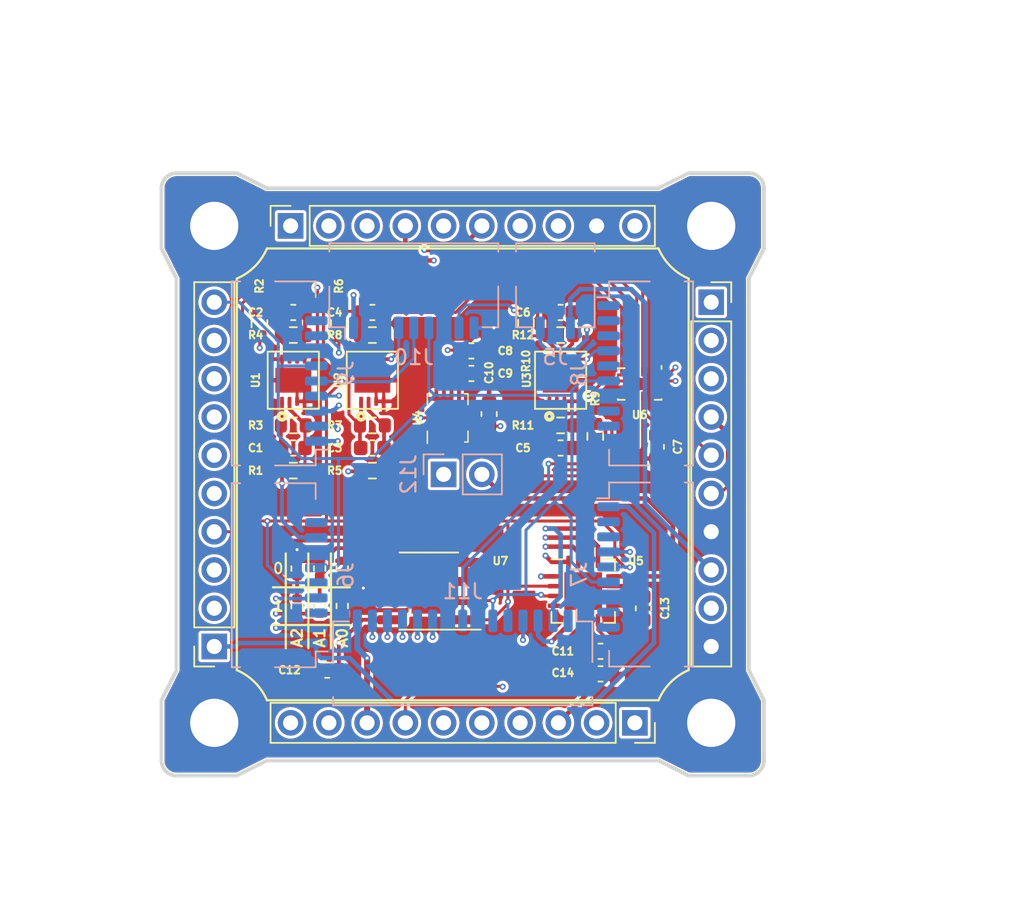
<source format=kicad_pcb>
(kicad_pcb (version 20211014) (generator pcbnew)
  (layers (0 "F.Cu" signal) (1 "In1.Cu" signal) (2 "In2.Cu" signal) (31 "B.Cu" signal) (34 "B.Paste" user) (35 "F.Paste" user) (36 "B.SilkS" user "B.Silkscreen") (37 "F.SilkS" user "F.Silkscreen") (38 "B.Mask" user) (39 "F.Mask" user) (44 "Edge.Cuts" user))
  (net 0 "")
  (net 1 "GND")
  (net 2 "Net-(C6-Pad1)")
  (net 3 "/PHT1_ADCS")
  (net 4 "Net-(C1-Pad2)")
  (net 5 "Net-(C2-Pad1)")
  (net 6 "/PHT2_ADCS")
  (net 7 "/PHT3_ADCS")
  (net 8 "Net-(C3-Pad2)")
  (net 9 "Net-(C4-Pad1)")
  (net 10 "/PHT4_ADCS")
  (net 11 "/PHT5_ADCS")
  (net 12 "Net-(C5-Pad2)")
  (net 13 "/PHT6_ADCS")
  (net 14 "3V3_PERM")
  (net 15 "ADCS_POWER")
  (net 16 "SDA1")
  (net 17 "SCL1")
  (net 18 "UART_TX")
  (net 19 "KILLSWITCH+")
  (net 20 "PFO")
  (net 21 "BATT-")
  (net 22 "TOTAL_CURRENT")
  (net 23 "STM32_PA15")
  (net 24 "STM32_PB3")
  (net 25 "BATT_NTC")
  (net 26 "SOLAR_Y")
  (net 27 "SEL_PH2")
  (net 28 "SEL_PH1")
  (net 29 "HEATER_PWR")
  (net 30 "BURNCOMMS")
  (net 31 "SOLAR_Z")
  (net 32 "STM32_PB0")
  (net 33 "RST_DRIVERS")
  (net 34 "ADC_PH")
  (net 35 "P{slash}L_POWER")
  (net 36 "SEL_PH0")
  (net 37 "VCC_UMBILICAL")
  (net 38 "FAULT")
  (net 39 "CHRG")
  (net 40 "SOLAR_X")
  (net 41 "CHRGOFF")
  (net 42 "CLPROG")
  (net 43 "SDA3")
  (net 44 "NRST")
  (net 45 "SWDIO")
  (net 46 "SWCLK")
  (net 47 "DAC_PL")
  (net 48 "ADC_PL")
  (net 49 "SCL3")
  (net 50 "/MAG-X")
  (net 51 "/PHT1")
  (net 52 "/MAG+X")
  (net 53 "/PHT2")
  (net 54 "/MAG-Z")
  (net 55 "/PHT3")
  (net 56 "/MAG+Z")
  (net 57 "/PHT4")
  (net 58 "/MAG+Y")
  (net 59 "/PHT5")
  (net 60 "/PHT6")
  (net 62 "/MAG-Y")
  (net 63 "Net-(C13-Pad1)")
  (net 64 "Net-(C13-Pad2)")
  (net 65 "Net-(C14-Pad1)")
  (net 66 "Net-(C14-Pad2)")
  (net 68 "/TEMP_A0")
  (net 69 "/TEMP_A1")
  (net 70 "/TEMP_A2")
  (net 71 "UART_RX")
  (net 72 "/VCC_MAG")
  (footprint "Package_SO:SOIC-8-1EP_3.9x4.9mm_P1.27mm_EP2.29x3mm" (layer "F.Cu") (at 97.75 72.75 180)
    (fp_text reference "U7")
    (fp_text value "TCN75AVOA713")
  )
  (footprint "Package_LGA:Bosch_LGA-14_3x2.5mm_P0.5mm" (layer "F.Cu") (at 99 61.25 90)
    (fp_text reference "U4")
    (fp_text value "IIM-42652")
  )
  (footprint "MountingHole:MountingHole_3.2mm_M3_Pad" (layer "F.Cu") (at 83.5 81.5)
    (fp_text reference "H4" hide)
    (fp_text value "MountingHole_Pad")
  )
  (footprint "Capacitor_SMD:C_0603_1608Metric" (layer "F.Cu") (at 94 54.25)
    (fp_text reference "C4")
    (fp_text value "100 pF")
  )
  (footprint "GGS_Miscellaneous:UQFN-16_1.8x2.6_Pitch0.4mm" (layer "F.Cu") (at 111.75 59 -90)
    (fp_text reference "U6")
    (fp_text value "TMUX1108RSVR")
  )
  (footprint "GGS_Miscellaneous:TI_X1SON-8_3x3mm" (layer "F.Cu") (at 88.75 58.75 90)
    (property "Reference" "U1")
    (property "Value" "LPV542")
    (fp_text reference "U1")
    (fp_text value "LPV542")
  )
  (footprint "GGS_Miscellaneous:TI_X1SON-8_3x3mm" (layer "F.Cu") (at 106.5 58.75 90)
    (fp_text reference "U3")
    (fp_text value "LPV542")
  )
  (footprint "Connector_PinSocket_2.54mm:PinSocket_1x10_P2.54mm_Vertical" (layer "F.Cu") (at 88.57 48.5 90)
    (fp_text reference "J1" hide)
    (fp_text value "CES-110-02-L-S")
  )
  (footprint "Capacitor_SMD:C_0603_1608Metric" (layer "F.Cu") (at 112.85 63.175 -90)
    (fp_text reference "C7")
    (fp_text value "1 uF")
  )
  (footprint "Resistor_SMD:R_0603_1608Metric" (layer "F.Cu") (at 88.75 64.75)
    (fp_text reference "R1")
    (fp_text value "100")
  )
  (footprint "Resistor_SMD:R_0402_1005Metric" (layer "F.Cu") (at 90.5 73.75 -90)
    (fp_text reference "R17" hide)
    (fp_text value "0R")
  )
  (footprint "Connector_PinSocket_2.54mm:PinSocket_1x10_P2.54mm_Vertical" (layer "F.Cu") (at 116.5 53.57)
    (fp_text reference "J2" hide)
    (fp_text value "CES-110-02-L-S")
  )
  (footprint "Resistor_SMD:R_0603_1608Metric" (layer "F.Cu") (at 94 64.75)
    (fp_text reference "R5")
    (fp_text value "100")
  )
  (footprint "GGS_Miscellaneous:TI_X1SON-8_3x3mm" (layer "F.Cu") (at 94 58.75 90)
    (fp_text reference "U2")
    (fp_text value "LPV542")
  )
  (footprint "Resistor_SMD:R_0402_1005Metric" (layer "F.Cu") (at 92 73.74 -90)
    (fp_text reference "R15" hide)
    (fp_text value "0R")
  )
  (footprint "Resistor_SMD:R_0603_1608Metric" (layer "F.Cu") (at 106.5 61.75 180)
    (fp_text reference "R11")
    (fp_text value "2k")
  )
  (footprint "Resistor_SMD:R_0603_1608Metric" (layer "F.Cu") (at 108.8 62.475 -90)
    (fp_text reference "R9")
    (fp_text value "100")
  )
  (footprint "Resistor_SMD:R_0603_1608Metric" (layer "F.Cu") (at 94 61.75 180)
    (fp_text reference "R7")
    (fp_text value "2k")
  )
  (footprint "Capacitor_SMD:C_0603_1608Metric" (layer "F.Cu") (at 109.15 76.75 180)
    (fp_text reference "C14")
    (fp_text value "1 uF")
  )
  (footprint "Resistor_SMD:R_0603_1608Metric" (layer "F.Cu") (at 88.75 61.75 180)
    (fp_text reference "R3")
    (fp_text value "2k")
  )
  (footprint "Capacitor_SMD:C_0603_1608Metric" (layer "F.Cu") (at 94 63.25)
    (fp_text reference "C3")
    (fp_text value "100 pF")
  )
  (footprint "Capacitor_SMD:C_0603_1608Metric" (layer "F.Cu") (at 91 78 180)
    (fp_text reference "C12")
    (fp_text value "100 nF")
  )
  (footprint "Resistor_SMD:R_0603_1608Metric" (layer "F.Cu") (at 86.5 55 90)
    (fp_text reference "R2")
    (fp_text value "100")
  )
  (footprint "Capacitor_SMD:C_0603_1608Metric" (layer "F.Cu") (at 106.5 63.25)
    (fp_text reference "C5")
    (fp_text value "100 pF")
  )
  (footprint "Resistor_SMD:R_0402_1005Metric" (layer "F.Cu") (at 89 71.25 -90)
    (fp_text reference "R20" hide)
    (fp_text value "0R")
  )
  (footprint "MountingHole:MountingHole_3.2mm_M3_Pad" (layer "F.Cu") (at 83.5 48.5)
    (fp_text reference "H1" hide)
    (fp_text value "MountingHole_Pad")
  )
  (footprint "Resistor_SMD:R_0603_1608Metric" (layer "F.Cu") (at 94 55.75 180)
    (fp_text reference "R8")
    (fp_text value "2k")
  )
  (footprint "Capacitor_SMD:C_0603_1608Metric" (layer "F.Cu") (at 112 73.9 -90)
    (fp_text reference "C13")
    (fp_text value "1 uF")
  )
  (footprint "Connector_PinSocket_2.54mm:PinSocket_1x10_P2.54mm_Vertical" (layer "F.Cu") (at 111.43 81.5 -90)
    (fp_text reference "J3" hide)
    (fp_text value "CES-110-02-L-S")
  )
  (footprint "Connector_PinSocket_2.54mm:PinSocket_1x10_P2.54mm_Vertical" (layer "F.Cu") (at 83.5 76.43 180)
    (fp_text reference "J4" hide)
    (fp_text value "CES-110-02-L-S")
  )
  (footprint "Capacitor_SMD:C_0603_1608Metric" (layer "F.Cu") (at 101.75 61 90)
    (fp_text reference "C10")
    (fp_text value "10 nF")
  )
  (footprint "MountingHole:MountingHole_3.2mm_M3_Pad" (layer "F.Cu") (at 116.5 81.5)
    (fp_text reference "H3" hide)
    (fp_text value "MountingHole_Pad")
  )
  (footprint "Capacitor_SMD:C_0603_1608Metric" (layer "F.Cu") (at 100.575 58.3)
    (fp_text reference "C9")
    (fp_text value "100 nF")
  )
  (footprint "Resistor_SMD:R_0402_1005Metric" (layer "F.Cu") (at 90.5 71.25 -90)
    (fp_text reference "R18" hide)
    (fp_text value "0R")
  )
  (footprint "Package_DFN_QFN:QFN-16-1EP_4x4mm_P0.65mm_EP2.5x2.5mm" (layer "F.Cu") (at 108 72.75)
    (fp_text reference "U5")
    (fp_text value "BD2606MVV")
  )
  (footprint "Resistor_SMD:R_0603_1608Metric" (layer "F.Cu") (at 91.775 55 90)
    (fp_text reference "R6")
    (fp_text value "100")
  )
  (footprint "MountingHole:MountingHole_3.2mm_M3_Pad" (layer "F.Cu") (at 116.5 48.5)
    (fp_text reference "H2" hide)
    (fp_text value "MountingHole_Pad")
  )
  (footprint "Capacitor_SMD:C_0603_1608Metric" (layer "F.Cu") (at 88.75 63.25)
    (property "Reference" "C1")
    (property "Value" "100 pF")
    (fp_text reference "C1")
    (fp_text value "100 pF")
  )
  (footprint "Resistor_SMD:R_0603_1608Metric" (layer "F.Cu") (at 104.2 54.975 -90)
    (fp_text reference "R10")
    (fp_text value "100")
  )
  (footprint "Resistor_SMD:R_0603_1608Metric" (layer "F.Cu") (at 88.75 55.75 180)
    (fp_text reference "R4")
    (fp_text value "2k")
  )
  (footprint "Resistor_SMD:R_0402_1005Metric" (layer "F.Cu") (at 89 73.75 -90)
    (fp_text reference "R19" hide)
    (fp_text value "0R")
  )
  (footprint "Capacitor_SMD:C_0603_1608Metric" (layer "F.Cu") (at 88.75 54.25)
    (fp_text reference "C2")
    (fp_text value "100 pF")
  )
  (footprint "Capacitor_SMD:C_0603_1608Metric" (layer "F.Cu") (at 100.575 56.8)
    (fp_text reference "C8")
    (fp_text value "2.2 uF")
  )
  (footprint "Resistor_SMD:R_0603_1608Metric" (layer "F.Cu") (at 106.5 55.75 180)
    (fp_text reference "R12")
    (fp_text value "2k")
  )
  (footprint "Capacitor_SMD:C_0603_1608Metric" (layer "F.Cu") (at 109.15 78.25)
    (fp_text reference "C11")
    (fp_text value "100 nF")
  )
  (footprint "Capacitor_SMD:C_0603_1608Metric" (layer "F.Cu") (at 106.5 54.25)
    (fp_text reference "C6")
    (fp_text value "100 pF")
  )
  (footprint "Resistor_SMD:R_0402_1005Metric" (layer "F.Cu") (at 92 71.25 -90)
    (fp_text reference "R16" hide)
    (fp_text value "0R")
  )
  (footprint "Connector_PinHeader_2.54mm:PinHeader_1x02_P2.54mm_Vertical" (layer "B.Cu") (at 98.73 65 -90)
    (fp_text reference "J12")
    (fp_text value "CES-102-02-L-S")
  )
  (footprint "Connector_Molex:Molex_Pico-Clasp_202396-1007_1x10-1MP_P1.00mm_Horizontal" (layer "B.Cu") (at 111.705 58.3 -90)
    (fp_text reference "J8")
    (fp_text value "Pico-Clasp_01x10")
  )
  (footprint "Connector_Molex:Molex_Pico-Clasp_202396-0307_1x03-1MP_P1.00mm_Horizontal" (layer "B.Cu") (at 106.15 53.245)
    (fp_text reference "J5")
    (fp_text value "Conn_01x03_MountingPin")
  )
  (footprint "Connector_Molex:Molex_Pico-Clasp_202396-1007_1x10-1MP_P1.00mm_Horizontal" (layer "B.Cu") (at 88.25 71.7 90)
    (fp_text reference "J6")
    (fp_text value "Pico-Clasp_01x10")
  )
  (footprint "Connector_Molex:Molex_Pico-Clasp_202396-1007_1x10-1MP_P1.00mm_Horizontal" (layer "B.Cu") (at 88.25 58.3 90)
    (fp_text reference "J9")
    (fp_text value "Pico-Clasp_01x10")
  )
  (footprint "Connector_Molex:Molex_Pico-Clasp_202396-0907_1x09-1MP_P1.00mm_Horizontal" (layer "B.Cu") (at 96.75 53.245)
    (fp_text reference "J10")
    (fp_text value "Pico-Clasp_01x09")
  )
  (footprint "Connector_Molex:Molex_Pico-Clasp_202396-1007_1x10-1MP_P1.00mm_Horizontal" (layer "B.Cu") (at 111.705 71.65 -90)
    (fp_text reference "J7")
    (fp_text value "Pico-Clasp_01x10")
  )
  (footprint "Connector_Molex:Molex_Pico-Clasp_202396-1507_1x15-1MP_P1.00mm_Horizontal" (layer "B.Cu") (at 100 76.75 180)
    (fp_text reference "J11")
    (fp_text value "Pico-Clasp_01x15")
  )
  (gr_line (start 89.75 76.55) (end 89.75 70.25) (layer "F.SilkS") (width 0.15))
  (gr_line (start 91.25 76.55) (end 91.25 70.25) (layer "F.SilkS") (width 0.15))
  (gr_line (start 85.000001 52) (end 85.000001 78) (layer "F.SilkS") (width 0.15))
  (gr_arc (start 115.000001 51.999999) (mid 113.807419 51.192582) (end 113.000002 50) (layer "F.SilkS") (width 0.15))
  (gr_line (start 87.000001 80) (end 113.000001 80) (layer "F.SilkS") (width 0.15))
  (gr_line (start 88.25 76.55) (end 88.25 70.25) (layer "F.SilkS") (width 0.15))
  (gr_line (start 92.5 75) (end 87.4 75) (layer "F.SilkS") (width 0.15))
  (gr_line (start 92.5 72.5) (end 87.4 72.5) (layer "F.SilkS") (width 0.15))
  (gr_arc (start 113.000002 80) (mid 113.807419 78.807418) (end 115.000001 78.000001) (layer "F.SilkS") (width 0.15))
  (gr_line (start 87.000001 50) (end 113.000001 50) (layer "F.SilkS") (width 0.15))
  (gr_arc (start 87 50) (mid 86.192583 51.192582) (end 85.000001 51.999999) (layer "F.SilkS") (width 0.15))
  (gr_arc (start 85.000001 78.000001) (mid 86.192583 78.807418) (end 87 80) (layer "F.SilkS") (width 0.15))
  (gr_line (start 115.000001 78) (end 115.000001 52) (layer "F.SilkS") (width 0.15))
  (gr_line locked (start 113 84) (end 87 84) (layer "Edge.Cuts") (width 0.25))
  (gr_line locked (start 85 45) (end 87 46) (layer "Edge.Cuts") (width 0.25))
  (gr_line locked (start 113 46) (end 115 45.001) (layer "Edge.Cuts") (width 0.25))
  (gr_line locked (start 119 78) (end 120 80) (layer "Edge.Cuts") (width 0.25))
  (gr_line locked (start 87 84) (end 85 85) (layer "Edge.Cuts") (width 0.25))
  (gr_line locked (start 81 52) (end 80 50) (layer "Edge.Cuts") (width 0.25))
  (gr_line locked (start 120 50) (end 120 46) (layer "Edge.Cuts") (width 0.25))
  (gr_line locked (start 80 50) (end 80 46) (layer "Edge.Cuts") (width 0.25))
  (gr_line locked (start 120 50) (end 119 52) (layer "Edge.Cuts") (width 0.25))
  (gr_arc locked (start 80 46) (mid 80.292893 45.292893) (end 81 45) (layer "Edge.Cuts") (width 0.25))
  (gr_line locked (start 85 85) (end 81 85) (layer "Edge.Cuts") (width 0.25))
  (gr_line locked (start 120 80) (end 120 84) (layer "Edge.Cuts") (width 0.25))
  (gr_arc locked (start 120 84) (mid 119.707107 84.707107) (end 119 85) (layer "Edge.Cuts") (width 0.25))
  (gr_arc locked (start 119 45) (mid 119.707181 45.292967) (end 120 46.000209) (layer "Edge.Cuts") (width 0.25))
  (gr_line locked (start 81 45) (end 85 45) (layer "Edge.Cuts") (width 0.25))
  (gr_line locked (start 80 80) (end 81 78) (layer "Edge.Cuts") (width 0.25))
  (gr_line locked (start 119 52) (end 119 78) (layer "Edge.Cuts") (width 0.25))
  (gr_arc locked (start 81 85) (mid 80.292893 84.707107) (end 80 84) (layer "Edge.Cuts") (width 0.25))
  (gr_line locked (start 115 85) (end 119 85) (layer "Edge.Cuts") (width 0.25))
  (gr_line locked (start 113 84) (end 115 85) (layer "Edge.Cuts") (width 0.25))
  (gr_line locked (start 81 78) (end 81 52) (layer "Edge.Cuts") (width 0.25))
  (gr_line locked (start 80 84) (end 80 80) (layer "Edge.Cuts") (width 0.25))
  (gr_line locked (start 119 45) (end 115 45) (layer "Edge.Cuts") (width 0.254))
  (gr_line locked (start 87 46) (end 113 46) (layer "Edge.Cuts") (width 0.25))
  (gr_text "A1" (at 90.499997 75.85 90) (layer "F.SilkS") (effects (font (size 0.7 0.7))))
  (gr_text "A0" (at 91.999994 75.85 90) (layer "F.SilkS") (effects (font (size 0.7 0.7))))
  (gr_text "1" (at 87.75 73.75) (layer "F.SilkS") (effects (font (size 0.7 0.7))))
  (gr_text "A2" (at 89 75.85 90) (layer "F.SilkS") (effects (font (size 0.7 0.7))))
  (gr_text "0" (at 87.75 71.25) (layer "F.SilkS") (effects (font (size 0.7 0.7) (thickness 0.125))))
  (segment (start 88 58) (end 88.75 58.75) (width 0.2) (layer "F.Cu") (net 1))
  (segment (start 94.75 59.5) (end 94 58.75) (width 0.2) (layer "F.Cu") (net 1))
  (segment (start 108.325 72.425) (end 108 72.75) (width 0.25) (layer "F.Cu") (net 1))
  (segment (start 89 59) (end 88.75 58.75) (width 0.2) (layer "F.Cu") (net 1))
  (segment (start 90.5 70.74) (end 90.34 70.74) (width 0.25) (layer "F.Cu") (net 1))
  (segment (start 94.75 60.15) (end 94.75 59.5) (width 0.2) (layer "F.Cu") (net 1))
  (segment (start 93.25 58) (end 94 58.75) (width 0.2) (layer "F.Cu") (net 1))
  (segment (start 89.5 60.15) (end 89.5 59.5) (width 0.2) (layer "F.Cu") (net 1))
  (segment (start 94.25 59) (end 94 58.75) (width 0.2) (layer "F.Cu") (net 1))
  (segment (start 109.9375 72.425) (end 108.325 72.425) (width 0.25) (layer "F.Cu") (net 1))
  (segment (start 94.25 60.15) (end 94.25 59) (width 0.2) (layer "F.Cu") (net 1))
  (segment (start 88 57.35) (end 88 58) (width 0.2) (layer "F.Cu") (net 1))
  (segment (start 93.25 57.35) (end 93.25 58) (width 0.2) (layer "F.Cu") (net 1))
  (segment (start 89.5 59.5) (end 88.75 58.75) (width 0.2) (layer "F.Cu") (net 1))
  (segment (start 89 60.15) (end 89 59) (width 0.2) (layer "F.Cu") (net 1))
  (segment (start 89 70) (end 89 70.74) (width 0.25) (layer "F.Cu") (net 1))
  (via (at 89 70) (size 0.4) (drill 0.2) (layers "F.Cu" "B.Cu") (net 1))
  (via (at 93.4 72.55) (size 0.4) (drill 0.2) (layers "F.Cu" "B.Cu") (net 1))
  (segment (start 105.725 55.7) (end 105.675 55.75) (width 0.25) (layer "F.Cu") (net 2))
  (segment (start 106.25 56.75) (end 106.25 57.35) (width 0.25) (layer "F.Cu") (net 2))
  (segment (start 105.675 55.75) (end 105.675 54.3) (width 0.25) (layer "F.Cu") (net 2))
  (segment (start 105.675 54.3) (end 105.725 54.25) (width 0.25) (layer "F.Cu") (net 2))
  (segment (start 105.675 55.75) (end 105.675 56.175) (width 0.25) (layer "F.Cu") (net 2))
  (segment (start 104.2 55.8) (end 105.625 55.8) (width 0.2) (layer "F.Cu") (net 2))
  (segment (start 105.625 55.8) (end 105.675 55.75) (width 0.2) (layer "F.Cu") (net 2))
  (segment (start 105.675 56.175) (end 106.25 56.75) (width 0.25) (layer "F.Cu") (net 2))
  (segment (start 87.925 61.75) (end 87.925 63.2) (width 0.25) (layer "F.Cu") (net 3))
  (segment (start 111.95 52.7) (end 111.95 58.2) (width 0.2) (layer "F.Cu") (net 3))
  (segment (start 100.6625 50.125) (end 109.375 50.125) (width 0.2) (layer "F.Cu") (net 3))
  (segment (start 85.375 61.275) (end 85.375 53.625) (width 0.2) (layer "F.Cu") (net 3))
  (segment (start 88 61.675) (end 87.925 61.75) (width 0.25) (layer "F.Cu") (net 3))
  (segment (start 109.375 50.125) (end 111.95 52.7) (width 0.2) (layer "F.Cu") (net 3))
  (segment (start 88 60.15) (end 88 61.675) (width 0.25) (layer "F.Cu") (net 3))
  (segment (start 87.65 51.35) (end 99.4375 51.35) (width 0.2) (layer "F.Cu") (net 3))
  (segment (start 87.35 63.25) (end 85.375 61.275) (width 0.2) (layer "F.Cu") (net 3))
  (segment (start 99.4375 51.35) (end 100.6625 50.125) (width 0.2) (layer "F.Cu") (net 3))
  (segment (start 85.375 53.625) (end 87.65 51.35) (width 0.2) (layer "F.Cu") (net 3))
  (segment (start 87.975 63.25) (end 87.35 63.25) (width 0.2) (layer "F.Cu") (net 3))
  (segment (start 89.525 64.7) (end 89.575 64.75) (width 0.2) (layer "F.Cu") (net 4))
  (segment (start 89.525 63.25) (end 89.525 61.8) (width 0.2) (layer "F.Cu") (net 4))
  (segment (start 88.5 60.675) (end 88.5 60.15) (width 0.25) (layer "F.Cu") (net 4))
  (segment (start 89.525 63.25) (end 89.525 64.7) (width 0.2) (layer "F.Cu") (net 4))
  (segment (start 89.575 61.75) (end 88.5 60.675) (width 0.25) (layer "F.Cu") (net 4))
  (segment (start 87.925 56.125) (end 88.5 56.7) (width 0.25) (layer "F.Cu") (net 5))
  (segment (start 87.9 54.175) (end 87.925 54.2) (width 0.25) (layer "F.Cu") (net 5))
  (segment (start 87.925 55.75) (end 87.925 56.125) (width 0.25) (layer "F.Cu") (net 5))
  (segment (start 86.5 54.175) (end 87.9 54.175) (width 0.25) (layer "F.Cu") (net 5))
  (segment (start 88.5 56.7) (end 88.5 57.35) (width 0.25) (layer "F.Cu") (net 5))
  (segment (start 87.925 54.2) (end 87.925 55.75) (width 0.25) (layer "F.Cu") (net 5))
  (segment (start 99.85 51.85) (end 101.025 50.675) (width 0.2) (layer "F.Cu") (net 6))
  (segment (start 89.575 55.75) (end 89.575 56.0875) (width 0.25) (layer "F.Cu") (net 6))
  (segment (start 111.55 53.175) (end 111.55 58.2) (width 0.2) (layer "F.Cu") (net 6))
  (segment (start 89 56.6625) (end 89 57.35) (width 0.25) (layer "F.Cu") (net 6))
  (segment (start 89.525 54.25) (end 89.525 55.7) (width 0.25) (layer "F.Cu") (net 6))
  (segment (start 89.525 55.7) (end 89.575 55.75) (width 0.25) (layer "F.Cu") (net 6))
  (segment (start 90.15 51.85) (end 99.85 51.85) (width 0.2) (layer "F.Cu") (net 6))
  (segment (start 89.575 56.0875) (end 89 56.6625) (width 0.25) (layer "F.Cu") (net 6))
  (segment (start 89.55 52.45) (end 90.15 51.85) (width 0.2) (layer "F.Cu") (net 6))
  (segment (start 101.025 50.675) (end 109.05 50.675) (width 0.2) (layer "F.Cu") (net 6))
  (segment (start 89.55 54.225) (end 89.55 52.45) (width 0.2) (layer "F.Cu") (net 6))
  (segment (start 89.525 54.25) (end 89.55 54.225) (width 0.2) (layer "F.Cu") (net 6))
  (segment (start 109.05 50.675) (end 111.55 53.175) (width 0.2) (layer "F.Cu") (net 6))
  (segment (start 91.625 52.45) (end 100.4 52.45) (width 0.2) (layer "F.Cu") (net 7))
  (segment (start 93.175 63.2) (end 93.225 63.25) (width 0.25) (layer "F.Cu") (net 7))
  (segment (start 93.175 63.3) (end 93.225 63.25) (width 0.25) (layer "F.Cu") (net 7))
  (segment (start 93.175 61.75) (end 93.175 61.825) (width 0.25) (layer "F.Cu") (net 7))
  (segment (start 108.775 51.225) (end 111.15 53.6) (width 0.2) (layer "F.Cu") (net 7))
  (segment (start 93.175 61.75) (end 92.445 61.02) (width 0.2) (layer "F.Cu") (net 7))
  (segment (start 92.445 58.545) (end 90.75 56.85) (width 0.2) (layer "F.Cu") (net 7))
  (segment (start 111.15 53.6) (end 111.15 58.2) (width 0.2) (layer "F.Cu") (net 7))
  (segment (start 93.25 60.15) (end 93.25 61.675) (width 0.25) (layer "F.Cu") (net 7))
  (segment (start 92.445 61.02) (end 92.445 58.545) (width 0.2) (layer "F.Cu") (net 7))
  (segment (start 93.25 61.675) (end 93.175 61.75) (width 0.25) (layer "F.Cu") (net 7))
  (segment (start 101.625 51.225) (end 108.775 51.225) (width 0.2) (layer "F.Cu") (net 7))
  (segment (start 90.75 56.85) (end 90.75 53.325) (width 0.2) (layer "F.Cu") (net 7))
  (segment (start 100.4 52.45) (end 101.625 51.225) (width 0.2) (layer "F.Cu") (net 7))
  (segment (start 93.175 61.825) (end 93.175 63.2) (width 0.25) (layer "F.Cu") (net 7))
  (segment (start 90.75 53.325) (end 91.625 52.45) (width 0.2) (layer "F.Cu") (net 7))
  (segment (start 93.75 60.75) (end 93.75 60.15) (width 0.25) (layer "F.Cu") (net 8))
  (segment (start 94.775 63.25) (end 94.775 64.7) (width 0.25) (layer "F.Cu") (net 8))
  (segment (start 94.775 63.25) (end 94.775 61.8) (width 0.25) (layer "F.Cu") (net 8))
  (segment (start 94.775 64.7) (end 94.825 64.75) (width 0.25) (layer "F.Cu") (net 8))
  (segment (start 94.75 61.75) (end 93.75 60.75) (width 0.25) (layer "F.Cu") (net 8))
  (segment (start 94.825 61.75) (end 94.75 61.75) (width 0.25) (layer "F.Cu") (net 8))
  (segment (start 94.775 61.8) (end 94.825 61.75) (width 0.25) (layer "F.Cu") (net 8))
  (segment (start 93.225 54.25) (end 93.175 54.3) (width 0.25) (layer "F.Cu") (net 9))
  (segment (start 93.15 54.175) (end 93.225 54.25) (width 0.2) (layer "F.Cu") (net 9))
  (segment (start 91.775 54.175) (end 93.15 54.175) (width 0.2) (layer "F.Cu") (net 9))
  (segment (start 93.175 56.275) (end 93.75 56.85) (width 0.25) (layer "F.Cu") (net 9))
  (segment (start 93.75 56.85) (end 93.75 57.35) (width 0.25) (layer "F.Cu") (net 9))
  (segment (start 93.175 54.3) (end 93.175 56.275) (width 0.25) (layer "F.Cu") (net 9))
  (segment (start 94.788027 56.5) (end 94.8 56.5) (width 0.25) (layer "F.Cu") (net 10))
  (segment (start 94.25 57.35) (end 94.25 57.038027) (width 0.25) (layer "F.Cu") (net 10))
  (segment (start 110.55 53.9) (end 110.55 58.4) (width 0.2) (layer "F.Cu") (net 10))
  (segment (start 94.775 54.25) (end 99.525 54.25) (width 0.2) (layer "F.Cu") (net 10))
  (segment (start 94.25 57.038027) (end 94.788027 56.5) (width 0.25) (layer "F.Cu") (net 10))
  (segment (start 108.475 51.825) (end 110.55 53.9) (width 0.2) (layer "F.Cu") (net 10))
  (segment (start 101.95 51.825) (end 108.475 51.825) (width 0.2) (layer "F.Cu") (net 10))
  (segment (start 99.525 54.25) (end 101.95 51.825) (width 0.2) (layer "F.Cu") (net 10))
  (segment (start 94.8 56.5) (end 94.8 54.275) (width 0.25) (layer "F.Cu") (net 10))
  (segment (start 105.675 63.3) (end 104.9 63.3) (width 0.2) (layer "F.Cu") (net 11))
  (segment (start 105.75 61.675) (end 105.675 61.75) (width 0.2) (layer "F.Cu") (net 11))
  (segment (start 105.725 63.25) (end 105.675 63.3) (width 0.2) (layer "F.Cu") (net 11))
  (segment (start 111.55 63.1) (end 111.55 59.8) (width 0.2) (layer "F.Cu") (net 11))
  (segment (start 104.6 64.6) (end 105.1 65.1) (width 0.2) (layer "F.Cu") (net 11))
  (segment (start 105.675 63.2) (end 105.725 63.25) (width 0.2) (layer "F.Cu") (net 11))
  (segment (start 105.1 65.1) (end 109.55 65.1) (width 0.2) (layer "F.Cu") (net 11))
  (segment (start 105.675 61.75) (end 105.675 63.2) (width 0.2) (layer "F.Cu") (net 11))
  (segment (start 104.6 63.6) (end 104.6 64.6) (width 0.2) (layer "F.Cu") (net 11))
  (segment (start 104.9 63.3) (end 104.6 63.6) (width 0.2) (layer "F.Cu") (net 11))
  (segment (start 109.55 65.1) (end 111.55 63.1) (width 0.2) (layer "F.Cu") (net 11))
  (segment (start 105.75 60.15) (end 105.75 61.675) (width 0.2) (layer "F.Cu") (net 11))
  (segment (start 106.25 60.85) (end 106.25 60.15) (width 0.25) (layer "F.Cu") (net 12))
  (segment (start 107.15 61.75) (end 106.25 60.85) (width 0.25) (layer "F.Cu") (net 12))
  (segment (start 107.325 61.75) (end 107.15 61.75) (width 0.25) (layer "F.Cu") (net 12))
  (segment (start 107.275 61.8) (end 107.325 61.75) (width 0.25) (layer "F.Cu") (net 12))
  (segment (start 107.275 63.25) (end 107.275 61.8) (width 0.25) (layer "F.Cu") (net 12))
  (segment (start 108.75 63.25) (end 108.8 63.3) (width 0.25) (layer "F.Cu") (net 12))
  (segment (start 107.275 63.25) (end 108.75 63.25) (width 0.25) (layer "F.Cu") (net 12))
  (segment (start 111.15 59.8) (end 111.15 61.475) (width 0.2) (layer "F.Cu") (net 13))
  (segment (start 106.75 56.85) (end 107.275 56.325) (width 0.25) (layer "F.Cu") (net 13))
  (segment (start 106.75 57.35) (end 106.75 56.85) (width 0.25) (layer "F.Cu") (net 13))
  (segment (start 107.275 56.325) (end 107.275 54.25) (width 0.25) (layer "F.Cu") (net 13))
  (segment (start 90.35 56.5) (end 89.5 57.35) (width 0.2) (layer "F.Cu") (net 14))
  (segment (start 101.775 61.8) (end 101.75 61.775) (width 0.2) (layer "F.Cu") (net 14))
  (segment (start 111.95 59.8) (end 111.95 60.8) (width 0.2) (layer "F.Cu") (net 14))
  (segment (start 114.125 57.9) (end 113.625 58.4) (width 0.2) (layer "F.Cu") (net 14))
  (segment (start 113.625 58.4) (end 112.95 58.4) (width 0.2) (layer "F.Cu") (net 14))
  (segment (start 101.725 61.75) (end 101.75 61.775) (width 0.2) (layer "F.Cu") (net 14))
  (segment (start 91.8 76.2) (end 93.345 74.655) (width 0.25) (layer "F.Cu") (net 14))
  (segment (start 91.8 76.2) (end 91.775 76.225) (width 0.25) (layer "F.Cu") (net 14))
  (segment (start 92 74.25) (end 87.6 74.25) (width 0.25) (layer "F.Cu") (net 14))
  (segment (start 99.775 56.75) (end 99.75 56.775) (width 0.25) (layer "F.Cu") (net 14))
  (segment (start 99 56.75) (end 99.775 56.75) (width 0.2) (layer "F.Cu") (net 14))
  (segment (start 95.25 57.35) (end 94.75 57.35) (width 0.25) (layer "F.Cu") (net 14))
  (segment (start 99.75 56.775) (end 99.75 59.9875) (width 0.25) (layer "F.Cu") (net 14))
  (segment (start 91.775 76.225) (end 91.775 78) (width 0.25) (layer "F.Cu") (net 14))
  (segment (start 102.5 61.8) (end 101.775 61.8) (width 0.2) (layer "F.Cu") (net 14))
  (segment (start 108.25 57.35) (end 107.25 57.35) (width 0.2) (layer "F.Cu") (net 14))
  (segment (start 100.0125 61.75) (end 101.725 61.75) (width 0.2) (layer "F.Cu") (net 14))
  (segment (start 93.345 74.655) (end 95.275 74.655) (width 0.25) (layer "F.Cu") (net 14))
  (segment (start 111.95 60.8) (end 112.85 61.7) (width 0.2) (layer "F.Cu") (net 14))
  (segment (start 90.35 52.6) (end 90.35 56.5) (width 0.2) (layer "F.Cu") (net 14))
  (segment (start 112.85 61.7) (end 112.85 62.4) (width 0.2) (layer "F.Cu") (net 14))
  (via (at 99 56.75) (size 0.4) (drill 0.2) (layers "F.Cu" "B.Cu") (net 14))
  (via (at 91.775 59.775) (size 0.4) (drill 0.2) (layers "F.Cu" "B.Cu") (net 14))
  (via (at 87.6 74.25) (size 0.4) (drill 0.2) (layers "F.Cu" "B.Cu") (net 14))
  (via (at 95.25 57.35) (size 0.4) (drill 0.2) (layers "F.Cu" "B.Cu") (net 14))
  (via (at 90.35 52.6) (size 0.4) (drill 0.2) (layers "F.Cu" "B.Cu") (net 14))
  (via (at 111.1 70.15) (size 0.4) (drill 0.2) (layers "F.Cu" "B.Cu") (net 14))
  (via (at 108.25 57.35) (size 0.4) (drill 0.2) (layers "F.Cu" "B.Cu") (net 14))
  (via (at 87.6 73.25) (size 0.4) (drill 0.2) (layers "F.Cu" "B.Cu") (net 14))
  (via (at 114.125 57.9) (size 0.4) (drill 0.2) (layers "F.Cu" "B.Cu") (net 14))
  (via (at 102.5 61.8) (size 0.4) (drill 0.2) (layers "F.Cu" "B.Cu") (net 14))
  (via (at 91.8 76.2) (size 0.4) (drill 0.2) (layers "F.Cu" "B.Cu") (net 14))
  (via (at 104 76) (size 0.4) (drill 0.2) (layers "F.Cu" "B.Cu") (net 14))
  (segment (start 108.8 56.8) (end 109.68 56.8) (width 0.2) (layer "B.Cu") (net 14))
  (segment (start 87.6 73.25) (end 90.225 73.25) (width 0.25) (layer "B.Cu") (net 14))
  (segment (start 91.775 59.775) (end 91.75 59.8) (width 0.2) (layer "B.Cu") (net 14))
  (segment (start 95.75 56.85) (end 95.25 57.35) (width 0.2) (layer "B.Cu") (net 14))
  (segment (start 109.68 70.15) (end 111.1 70.15) (width 0.25) (layer "B.Cu") (net 14))
  (segment (start 95.75 55.27) (end 95.75 56.85) (width 0.2) (layer "B.Cu") (net 14))
  (segment (start 90.225 73.25) (end 90.275 73.2) (width 0.25) (layer "B.Cu") (net 14))
  (segment (start 108.25 57.35) (end 108.8 56.8) (width 0.2) (layer "B.Cu") (net 14))
  (segment (start 91.75 59.8) (end 90.275 59.8) (width 0.2) (layer "B.Cu") (net 14))
  (segment (start 104 74.725) (end 104 76) (width 0.25) (layer "B.Cu") (net 14))
  (segment (start 107.1 77.7) (end 107.65 78.25) (width 0.3) (layer "F.Cu") (net 15))
  (segment (start 107.675 75.25) (end 107.1 75.825) (width 0.3) (layer "F.Cu") (net 15))
  (segment (start 108.375 79.475) (end 106.35 81.5) (width 0.3) (layer "F.Cu") (net 15))
  (segment (start 107.65 78.25) (end 108.375 78.25) (width 0.3) (layer "F.Cu") (net 15))
  (segment (start 108.375 78.25) (end 108.375 79.475) (width 0.3) (layer "F.Cu") (net 15))
  (segment (start 107.1 75.825) (end 107.1 77.7) (width 0.3) (layer "F.Cu") (net 15))
  (segment (start 107.675 74.6875) (end 107.675 75.25) (width 0.3) (layer "F.Cu") (net 15))
  (segment (start 106.4 48.55) (end 106.35 48.5) (width 0.2) (layer "F.Cu") (net 18))
  (segment (start 97.05 50.8) (end 96.19 49.94) (width 0.3) (layer "F.Cu") (net 19))
  (segment (start 98.075 50.8) (end 97.05 50.8) (width 0.3) (layer "F.Cu") (net 19))
  (segment (start 96.19 49.94) (end 96.19 48.5) (width 0.3) (layer "F.Cu") (net 19))
  (via (at 98.075 50.8) (size 0.4) (drill 0.2) (layers "F.Cu" "B.Cu") (net 19))
  (via (at 98 75.8) (size 0.4) (drill 0.2) (layers "F.Cu" "B.Cu") (net 19))
  (segment (start 98 74.725) (end 98 75.8) (width 0.3) (layer "B.Cu") (net 19))
  (segment (start 99.75 50.1) (end 101.27 48.58) (width 0.3) (layer "F.Cu") (net 21))
  (segment (start 101.27 48.58) (end 101.27 48.5) (width 0.3) (layer "F.Cu") (net 21))
  (segment (start 97.45 50.1) (end 99.75 50.1) (width 0.3) (layer "F.Cu") (net 21))
  (via (at 97.45 50.1) (size 0.4) (drill 0.2) (layers "F.Cu" "B.Cu") (net 21))
  (via (at 97 75.8) (size 0.4) (drill 0.2) (layers "F.Cu" "B.Cu") (net 21))
  (segment (start 97 74.725) (end 97 75.8) (width 0.3) (layer "B.Cu") (net 21))
  (via (at 108.25 55.4) (size 0.4) (drill 0.2) (layers "F.Cu" "B.Cu") (net 25))
  (segment (start 105.15 55.27) (end 105.15 56.3) (width 0.25) (layer "B.Cu") (net 25))
  (segment (start 108.25 56) (end 108.25 55.4) (width 0.25) (layer "B.Cu") (net 25))
  (segment (start 105.55 56.7) (end 107.55 56.7) (width 0.25) (layer "B.Cu") (net 25))
  (segment (start 105.15 56.3) (end 105.55 56.7) (width 0.25) (layer "B.Cu") (net 25))
  (segment (start 107.55 56.7) (end 108.25 56) (width 0.25) (layer "B.Cu") (net 25))
  (segment (start 117.625 62.315) (end 117.625 64.55) (width 0.3) (layer "F.Cu") (net 26))
  (segment (start 116.5 61.19) (end 117.625 62.315) (width 0.3) (layer "F.Cu") (net 26))
  (segment (start 117.1 65.075) (end 115.15 65.075) (width 0.3) (layer "F.Cu") (net 26))
  (segment (start 117.625 64.55) (end 117.1 65.075) (width 0.3) (layer "F.Cu") (net 26))
  (via (at 92.75 53.1) (size 0.4) (drill 0.2) (layers "F.Cu" "B.Cu") (net 26))
  (segment (start 92.75 55.27) (end 92.75 53.1) (width 0.3) (layer "B.Cu") (net 26))
  (segment (start 114.275 61.505) (end 114.275 60.45) (width 0.2) (layer "F.Cu") (net 27))
  (segment (start 116.5 63.73) (end 114.275 61.505) (width 0.2) (layer "F.Cu") (net 27))
  (segment (start 113.425 59.6) (end 112.95 59.6) (width 0.2) (layer "F.Cu") (net 27))
  (segment (start 114.275 60.45) (end 113.425 59.6) (width 0.2) (layer "F.Cu") (net 27))
  (segment (start 113.675 59.2) (end 114.35 59.875) (width 0.2) (layer "F.Cu") (net 28))
  (segment (start 118.3 60.95) (end 118.3 65.075) (width 0.2) (layer "F.Cu") (net 28))
  (segment (start 117.105 66.27) (end 116.5 66.27) (width 0.2) (layer "F.Cu") (net 28))
  (segment (start 118.3 65.075) (end 117.105 66.27) (width 0.2) (layer "F.Cu") (net 28))
  (segment (start 117.225 59.875) (end 118.3 60.95) (width 0.2) (layer "F.Cu") (net 28))
  (segment (start 112.95 59.2) (end 113.675 59.2) (width 0.2) (layer "F.Cu") (net 28))
  (segment (start 114.35 59.875) (end 117.225 59.875) (width 0.2) (layer "F.Cu") (net 28))
  (segment (start 112.1 53.6) (end 111.2 52.7) (width 0.3) (layer "B.Cu") (net 29))
  (segment (start 112.1 66.95) (end 112.1 53.6) (width 0.3) (layer "B.Cu") (net 29))
  (segment (start 116.5 71.35) (end 112.1 66.95) (width 0.3) (layer "B.Cu") (net 29))
  (segment (start 107.8 52.7) (end 107.15 53.35) (width 0.3) (layer "B.Cu") (net 29))
  (segment (start 107.15 53.35) (end 107.15 55.27) (width 0.3) (layer "B.Cu") (net 29))
  (segment (start 111.2 52.7) (end 107.8 52.7) (width 0.3) (layer "B.Cu") (net 29))
  (segment (start 116.49 73.9) (end 116.5 73.89) (width 0.25) (layer "F.Cu") (net 30))
  (via (at 102.07 55.27) (size 0.4) (drill 0.2) (layers "F.Cu" "B.Cu") (net 30))
  (segment (start 100.75 55.27) (end 102.07 55.27) (width 0.3) (layer "B.Cu") (net 30))
  (via (at 91.7 62.8) (size 0.4) (drill 0.2) (layers "F.Cu" "B.Cu") (net 31))
  (segment (start 90.275 62.8) (end 91.7 62.8) (width 0.3) (layer "B.Cu") (net 31))
  (segment (start 110.55 58.8) (end 109.35 58.8) (width 0.2) (layer "F.Cu") (net 34))
  (segment (start 109.35 58.8) (end 108.35 59.8) (width 0.2) (layer "F.Cu") (net 34))
  (via (at 108.35 59.8) (size 0.4) (drill 0.2) (layers "F.Cu" "B.Cu") (net 34))
  (segment (start 102.625 79.075) (end 97.125 79.075) (width 0.2) (layer "F.Cu") (net 36))
  (segment (start 114.125 58.8) (end 112.95 58.8) (width 0.2) (layer "F.Cu") (net 36))
  (segment (start 97.125 79.075) (end 96.19 80.01) (width 0.2) (layer "F.Cu") (net 36))
  (segment (start 102.65 79.1) (end 102.625 79.075) (width 0.2) (layer "F.Cu") (net 36))
  (segment (start 96.19 80.01) (end 96.19 81.5) (width 0.2) (layer "F.Cu") (net 36))
  (via (at 102.65 79.1) (size 0.4) (drill 0.2) (layers "F.Cu" "B.Cu") (net 36))
  (via (at 114.125 58.8) (size 0.4) (drill 0.2) (layers "F.Cu" "B.Cu") (net 36))
  (segment (start 93.65 77.2) (end 93.65 81.5) (width 0.4) (layer "F.Cu") (net 37))
  (via (at 93.65 77.2) (size 0.4) (drill 0.2) (layers "F.Cu" "B.Cu") (net 37))
  (segment (start 93.65 77.2) (end 93 76.55) (width 0.4) (layer "B.Cu") (net 37))
  (segment (start 93 76.55) (end 93 74.725) (width 0.4) (layer "B.Cu") (net 37))
  (segment (start 83.53 76.4) (end 83.5 76.43) (width 0.3) (layer "F.Cu") (net 40))
  (segment (start 92.5 77.2) (end 95.4 80.1) (width 0.3) (layer "B.Cu") (net 40))
  (segment (start 85.15 76.2) (end 84.92 76.43) (width 0.3) (layer "B.Cu") (net 40))
  (segment (start 95.4 80.1) (end 108.8 80.1) (width 0.3) (layer "B.Cu") (net 40))
  (segment (start 83.68 76.25) (end 83.5 76.43) (width 0.3) (layer "B.Cu") (net 40))
  (segment (start 110.95 67.15) (end 109.68 67.15) (width 0.3) (layer "B.Cu") (net 40))
  (segment (start 112.7 76.2) (end 112.7 68.9) (width 0.3) (layer "B.Cu") (net 40))
  (segment (start 112.7 68.9) (end 110.95 67.15) (width 0.3) (layer "B.Cu") (net 40))
  (segment (start 90.275 76.2) (end 90.275 76.875) (width 0.3) (layer "B.Cu") (net 40))
  (segment (start 90.275 76.2) (end 85.15 76.2) (width 0.3) (layer "B.Cu") (net 40))
  (segment (start 84.92 76.43) (end 83.5 76.43) (width 0.3) (layer "B.Cu") (net 40))
  (segment (start 90.6 77.2) (end 92.5 77.2) (width 0.3) (layer "B.Cu") (net 40))
  (segment (start 90.275 76.875) (end 90.6 77.2) (width 0.3) (layer "B.Cu") (net 40))
  (segment (start 108.8 80.1) (end 112.7 76.2) (width 0.3) (layer "B.Cu") (net 40))
  (segment (start 106.0625 72.425) (end 103 72.425) (width 0.2) (layer "F.Cu") (net 43))
  (segment (start 84.69 68.81) (end 85.4 68.1) (width 0.2) (layer "F.Cu") (net 43))
  (segment (start 101.945 74.655) (end 100.225 74.655) (width 0.2) (layer "F.Cu") (net 43))
  (segment (start 85.4 68.1) (end 90.95 68.1) (width 0.2) (layer "F.Cu") (net 43))
  (segment (start 97.6 61.75) (end 97.9875 61.75) (width 0.2) (layer "F.Cu") (net 43))
  (segment (start 109.2 68.1) (end 90.95 68.1) (width 0.2) (layer "F.Cu") (net 43))
  (segment (start 110.1 70.5) (end 110.1 69) (width 0.2) (layer "F.Cu") (net 43))
  (segment (start 103 68.1) (end 103 73.45) (width 0.2) (layer "F.Cu") (net 43))
  (segment (start 110.1 69) (end 109.2 68.1) (width 0.2) (layer "F.Cu") (net 43))
  (segment (start 103 73.6) (end 101.945 74.655) (width 0.2) (layer "F.Cu") (net 43))
  (segment (start 90.95 59.85) (end 90.95 68.1) (width 0.2) (layer "F.Cu") (net 43))
  (segment (start 83.5 68.81) (end 84.69 68.81) (width 0.2) (layer "F.Cu") (net 43))
  (segment (start 103 73.45) (end 103 73.6) (width 0.2) (layer "F.Cu") (net 43))
  (segment (start 111.1 71.1755) (end 110.7755 71.1755) (width 0.2) (layer "F.Cu") (net 43))
  (segment (start 96.6 62.75) (end 97.6 61.75) (width 0.2) (layer "F.Cu") (net 43))
  (segment (start 91.975 58.825) (end 90.95 59.85) (width 0.2) (layer "F.Cu") (net 43))
  (segment (start 96.6 68.1) (end 96.6 62.75) (width 0.2) (layer "F.Cu") (net 43))
  (segment (start 110.7755 71.1755) (end 110.1 70.5) (width 0.2) (layer "F.Cu") (net 43))
  (via (at 91.975 58.825) (size 0.4) (drill 0.2) (layers "F.Cu" "B.Cu") (net 43))
  (via (at 103 73.45) (size 0.4) (drill 0.2) (layers "F.Cu" "B.Cu") (net 43))
  (via (at 111.1 71.1755) (size 0.4) (drill 0.2) (layers "F.Cu" "B.Cu") (net 43))
  (via (at 87.025 68.1) (size 0.4) (drill 0.2) (layers "F.Cu" "B.Cu") (net 43))
  (segment (start 103 73.45) (end 103 74.725) (width 0.2) (layer "B.Cu") (net 43))
  (segment (start 91.975 58.825) (end 90.3 58.825) (width 0.2) (layer "B.Cu") (net 43))
  (segment (start 111.1 71.1755) (end 111.0745 71.15) (width 0.2) (layer "B.Cu") (net 43))
  (segment (start 90.3 58.825) (end 90.275 58.8) (width 0.2) (layer "B.Cu") (net 43))
  (segment (start 88.2 72.2) (end 90.275 72.2) (width 0.2) (layer "B.Cu") (net 43))
  (segment (start 92 58.85) (end 95.2 58.85) (width 0.2) (layer "B.Cu") (net 43))
  (segment (start 87.025 68.1) (end 87.025 71.025) (width 0.2) (layer "B.Cu") (net 43))
  (segment (start 87.025 71.025) (end 88.2 72.2) (width 0.2) (layer "B.Cu") (net 43))
  (segment (start 111.0745 71.15) (end 109.68 71.15) (width 0.2) (layer "B.Cu") (net 43))
  (segment (start 91.975 58.825) (end 92 58.85) (width 0.2) (layer "B.Cu") (net 43))
  (segment (start 96.75 57.3) (end 96.75 55.27) (width 0.2) (layer "B.Cu") (net 43))
  (segment (start 95.2 58.85) (end 96.75 57.3) (width 0.2) (layer "B.Cu") (net 43))
  (via (at 96 75.8) (size 0.4) (drill 0.2) (layers "F.Cu" "B.Cu") (net 44))
  (segment (start 96 75.8) (end 96 74.725) (width 0.2) (layer "B.Cu") (net 44))
  (via (at 94 75.8) (size 0.4) (drill 0.2) (layers "F.Cu" "B.Cu") (net 45))
  (segment (start 94 75.8) (end 94 74.725) (width 0.2) (layer "B.Cu") (net 45))
  (via (at 95 75.8) (size 0.4) (drill 0.2) (layers "F.Cu" "B.Cu") (net 46))
  (segment (start 95 74.725) (end 95 75.8) (width 0.2) (layer "B.Cu") (net 46))
  (segment (start 97.9875 61.25) (end 97.2 61.25) (width 0.2) (layer "F.Cu") (net 49))
  (segment (start 100.225 73.385) (end 102 73.385) (width 0.2) (layer "F.Cu") (net 49))
  (segment (start 105.2 73) (end 105.275 73.075) (width 0.2) (layer "F.Cu") (net 49))
  (segment (start 105.275 73.075) (end 106.0625 73.075) (width 0.2) (layer "F.Cu") (net 49))
  (via (at 97.2 61.25) (size 0.4) (drill 0.2) (layers "F.Cu" "B.Cu") (net 49))
  (via (at 102 73.385) (size 0.4) (drill 0.2) (layers "F.Cu" "B.Cu") (net 49))
  (via (at 105.2 73) (size 0.4) (drill 0.2) (layers "F.Cu" "B.Cu") (net 49))
  (segment (start 107.25 59.75) (end 107.25 65.35) (width 0.2) (layer "B.Cu") (net 49))
  (segment (start 85.17 53.57) (end 87.75 56.15) (width 0.2) (layer "B.Cu") (net 49))
  (segment (start 83.5 53.57) (end 85.17 53.57) (width 0.2) (layer "B.Cu") (net 49))
  (segment (start 108.55 72.15) (end 107.2 70.8) (width 0.2) (layer "B.Cu") (net 49))
  (segment (start 107.25 65.65) (end 107.25 65.35) (width 0.2) (layer "B.Cu") (net 49))
  (segment (start 104.2 72.9) (end 104.2 68.7) (width 0.2) (layer "B.Cu") (net 49))
  (segment (start 107.2 67.9) (end 106.1 66.8) (width 0.2) (layer "B.Cu") (net 49))
  (segment (start 91.55 71.2) (end 91.75 71) (width 0.2) (layer "B.Cu") (net 49))
  (segment (start 104.28 72.98) (end 102.405 72.98) (width 0.2) (layer "B.Cu") (net 49))
  (segment (start 89.3 63.95) (end 87.75 62.4) (width 0.2) (layer "B.Cu") (net 49))
  (segment (start 104.2 68.7) (end 107.25 65.65) (width 0.2) (layer "B.Cu") (net 49))
  (segment (start 93.95 63.95) (end 91.75 63.95) (width 0.2) (layer "B.Cu") (net 49))
  (segment (start 104.28 72.98) (end 104.2 72.9) (width 0.2) (layer "B.Cu") (net 49))
  (segment (start 102.405 72.98) (end 102 73.385) (width 0.2) (layer "B.Cu") (net 49))
  (segment (start 107.2 70.8) (end 107.2 67.9) (width 0.2) (layer "B.Cu") (net 49))
  (segment (start 105.2 73) (end 105.18 72.98) (width 0.2) (layer "B.Cu") (net 49))
  (segment (start 107.85 58.8) (end 109.68 58.8) (width 0.2) (layer "B.Cu") (net 49))
  (segment (start 91.75 71) (end 91.75 63.95) (width 0.2) (layer "B.Cu") (net 49))
  (segment (start 96.875 61.025) (end 93.95 63.95) (width 0.2) (layer "B.Cu") (net 49))
  (segment (start 90.275 57.8) (end 87.775 57.8) (width 0.2) (layer "B.Cu") (net 49))
  (segment (start 109.68 72.15) (end 108.55 72.15) (width 0.2) (layer "B.Cu") (net 49))
  (segment (start 90.275 71.2) (end 91.55 71.2) (width 0.2) (layer "B.Cu") (net 49))
  (segment (start 87.75 62.4) (end 87.75 57.82) (width 0.2) (layer "B.Cu") (net 49))
  (segment (start 97.2 61.25) (end 96.975 61.025) (width 0.2) (layer "B.Cu") (net 49))
  (segment (start 96.975 61.025) (end 96.875 61.025) (width 0.2) (layer "B.Cu") (net 49))
  (segment (start 102 74.725) (end 102 73.385) (width 0.2) (layer "B.Cu") (net 49))
  (segment (start 98.15 59.75) (end 96.875 61.025) (width 0.2) (layer "B.Cu") (net 49))
  (segment (start 91.75 63.95) (end 89.3 63.95) (width 0.2) (layer "B.Cu") (net 49))
  (segment (start 87.75 56.15) (end 87.75 57.825) (width 0.2) (layer "B.Cu") (net 49))
  (segment (start 105.18 72.98) (end 104.28 72.98) (width 0.2) (layer "B.Cu") (net 49))
  (segment (start 107.25 59.75) (end 98.15 59.75) (width 0.2) (layer "B.Cu") (net 49))
  (segment (start 107.25 59.75) (end 107.25 59.4) (width 0.2) (layer "B.Cu") (net 49))
  (segment (start 97.75 55.27) (end 97.75 59.35) (width 0.2) (layer "B.Cu") (net 49))
  (segment (start 97.75 59.35) (end 98.15 59.75) (width 0.2) (layer "B.Cu") (net 49))
  (segment (start 107.25 59.4) (end 107.85 58.8) (width 0.2) (layer "B.Cu") (net 49))
  (segment (start 106.0625 71.775) (end 105.2 71.775) (width 0.3) (layer "F.Cu") (net 50))
  (via (at 87.6 75.2) (size 0.4) (drill 0.2) (layers "F.Cu" "B.Cu") (net 50))
  (via (at 105.2 71.775) (size 0.4) (drill 0.2) (layers "F.Cu" "B.Cu") (net 50))
  (segment (start 90.275 75.2) (end 87.6 75.2) (width 0.3) (layer "B.Cu") (net 50))
  (segment (start 88 65.6) (end 88 64.825) (width 0.25) (layer "F.Cu") (net 51))
  (segment (start 88 64.825) (end 87.925 64.75) (width 0.25) (layer "F.Cu") (net 51))
  (via (at 88 65.6) (size 0.4) (drill 0.2) (layers "F.Cu" "B.Cu") (net 51))
  (segment (start 88 68.075) (end 89.125 69.2) (width 0.25) (layer "B.Cu") (net 51))
  (segment (start 88 65.6) (end 88 68.075) (width 0.25) (layer "B.Cu") (net 51))
  (segment (start 89.125 69.2) (end 90.275 69.2) (width 0.25) (layer "B.Cu") (net 51))
  (segment (start 105.9125 70.8125) (end 107.025 70.8125) (width 0.3) (layer "F.Cu") (net 52))
  (segment (start 105.5 70.4) (end 105.9125 70.8125) (width 0.3) (layer "F.Cu") (net 52))
  (via (at 105.5 70.4) (size 0.4) (drill 0.2) (layers "F.Cu" "B.Cu") (net 52))
  (segment (start 86.525 56.6) (end 86.525 55.85) (width 0.2) (layer "F.Cu") (net 53))
  (segment (start 86.525 55.85) (end 86.5 55.825) (width 0.2) (layer "F.Cu") (net 53))
  (via (at 86.525 56.6) (size 0.4) (drill 0.2) (layers "F.Cu" "B.Cu") (net 53))
  (segment (start 105.5 69.8) (end 107.3 69.8) (width 0.3) (layer "F.Cu") (net 54))
  (segment (start 107.3 69.8) (end 107.675 70.175) (width 0.3) (layer "F.Cu") (net 54))
  (segment (start 107.675 70.175) (end 107.675 70.8125) (width 0.3) (layer "F.Cu") (net 54))
  (via (at 105.5 69.8) (size 0.4) (drill 0.2) (layers "F.Cu" "B.Cu") (net 54))
  (segment (start 92.4 64.8) (end 93.125 64.8) (width 0.25) (layer "F.Cu") (net 55))
  (segment (start 93.125 64.8) (end 93.175 64.75) (width 0.25) (layer "F.Cu") (net 55))
  (via (at 92.4 64.8) (size 0.4) (drill 0.2) (layers "F.Cu" "B.Cu") (net 55))
  (segment (start 108.325 69.976472) (end 108.325 70.8125) (width 0.3) (layer "F.Cu") (net 56))
  (segment (start 105.5 69.2) (end 107.548528 69.2) (width 0.3) (layer "F.Cu") (net 56))
  (segment (start 107.548528 69.2) (end 108.325 69.976472) (width 0.3) (layer "F.Cu") (net 56))
  (via (at 105.5 69.2) (size 0.4) (drill 0.2) (layers "F.Cu" "B.Cu") (net 56))
  (via (at 91.7 62) (size 0.4) (drill 0.2) (layers "F.Cu" "B.Cu") (net 56))
  (segment (start 90.275 61.8) (end 91.5 61.8) (width 0.3) (layer "B.Cu") (net 56))
  (segment (start 91.5 61.8) (end 91.7 62) (width 0.3) (layer "B.Cu") (net 56))
  (segment (start 91.775 56.925) (end 91.775 55.825) (width 0.2) (layer "F.Cu") (net 57))
  (via (at 91.775 56.925) (size 0.4) (drill 0.2) (layers "F.Cu" "B.Cu") (net 57))
  (segment (start 91.775 56.6) (end 90.975 55.8) (width 0.2) (layer "B.Cu") (net 57))
  (segment (start 90.975 55.8) (end 90.275 55.8) (width 0.2) (layer "B.Cu") (net 57))
  (segment (start 91.775 56.925) (end 91.775 56.6) (width 0.2) (layer "B.Cu") (net 57))
  (segment (start 113.95 68.325) (end 113.95 71) (width 0.3) (layer "F.Cu") (net 58))
  (segment (start 113.95 71) (end 113.175 71.775) (width 0.3) (layer "F.Cu") (net 58))
  (segment (start 112.225 66.6) (end 113.95 68.325) (width 0.3) (layer "F.Cu") (net 58))
  (segment (start 101.27 65) (end 102.87 66.6) (width 0.3) (layer "F.Cu") (net 58))
  (segment (start 102.87 66.6) (end 112.225 66.6) (width 0.3) (layer "F.Cu") (net 58))
  (segment (start 113.175 71.775) (end 109.9375 71.775) (width 0.3) (layer "F.Cu") (net 58))
  (segment (start 109.9 61.9) (end 109.65 61.65) (width 0.2) (layer "F.Cu") (net 59))
  (segment (start 109.65 61.65) (end 108.8 61.65) (width 0.2) (layer "F.Cu") (net 59))
  (segment (start 109 64.3) (end 109.9 63.4) (width 0.2) (layer "F.Cu") (net 59))
  (segment (start 105.7 64.3) (end 109 64.3) (width 0.2) (layer "F.Cu") (net 59))
  (segment (start 109.9 63.4) (end 109.9 61.9) (width 0.2) (layer "F.Cu") (net 59))
  (via (at 105.7 64.3) (size 0.4) (drill 0.2) (layers "F.Cu" "B.Cu") (net 59))
  (segment (start 100 71.2) (end 100 74.725) (width 0.2) (layer "B.Cu") (net 59))
  (segment (start 105.7 65.5) (end 100 71.2) (width 0.2) (layer "B.Cu") (net 59))
  (segment (start 105.7 64.3) (end 105.7 65.5) (width 0.2) (layer "B.Cu") (net 59))
  (segment (start 104.15 54.1) (end 104.2 54.15) (width 0.2) (layer "F.Cu") (net 60))
  (segment (start 103.4 54.1) (end 104.15 54.1) (width 0.2) (layer "F.Cu") (net 60))
  (via (at 103.4 54.1) (size 0.4) (drill 0.2) (layers "F.Cu" "B.Cu") (net 60))
  (segment (start 103.4 54.1) (end 103.05 53.75) (width 0.2) (layer "B.Cu") (net 60))
  (segment (start 99.75 54.25) (end 99.75 55.27) (width 0.2) (layer "B.Cu") (net 60))
  (segment (start 103.05 53.75) (end 100.25 53.75) (width 0.2) (layer "B.Cu") (net 60))
  (segment (start 100.25 53.75) (end 99.75 54.25) (width 0.2) (layer "B.Cu") (net 60))
  (segment (start 108.975 69.777944) (end 107.797056 68.6) (width 0.3) (layer "F.Cu") (net 62))
  (segment (start 108.975 70.8125) (end 108.975 69.777944) (width 0.3) (layer "F.Cu") (net 62))
  (segment (start 107.797056 68.6) (end 105.5 68.6) (width 0.3) (layer "F.Cu") (net 62))
  (via (at 105.5 68.6) (size 0.4) (drill 0.2) (layers "F.Cu" "B.Cu") (net 62))
  (segment (start 106.1 68.6) (end 105.5 68.6) (width 0.3) (layer "B.Cu") (net 62))
  (segment (start 106.5 69) (end 106.1 68.6) (width 0.3) (layer "B.Cu") (net 62))
  (segment (start 106 73.6) (end 106.5 73.1) (width 0.3) (layer "B.Cu") (net 62))
  (segment (start 106 74.725) (end 106 73.6) (width 0.3) (layer "B.Cu") (net 62))
  (segment (start 106.5 73.1) (end 106.5 69) (width 0.3) (layer "B.Cu") (net 62))
  (segment (start 109.9375 73.075) (end 111.95 73.075) (width 0.25) (layer "F.Cu") (net 63))
  (segment (start 109.9375 73.725) (end 110.625 73.725) (width 0.25) (layer "F.Cu") (net 64))
  (segment (start 110.625 73.725) (end 111.575 74.675) (width 0.25) (layer "F.Cu") (net 64))
  (segment (start 111.575 74.675) (end 112 74.675) (width 0.25) (layer "F.Cu") (net 64))
  (segment (start 108.975 74.6875) (end 108.975 75.325) (width 0.2) (layer "F.Cu") (net 65))
  (segment (start 108.975 75.325) (end 109.925 76.275) (width 0.2) (layer "F.Cu") (net 65))
  (segment (start 109.925 76.275) (end 109.925 76.6) (width 0.2) (layer "F.Cu") (net 65))
  (segment (start 108.325 76.7) (end 108.325 74.6875) (width 0.25) (layer "F.Cu") (net 66))
  (segment (start 92.83 73.23) (end 92 73.23) (width 0.25) (layer "F.Cu") (net 68))
  (segment (start 95.275 73.385) (end 92.985 73.385) (width 0.25) (layer "F.Cu") (net 68))
  (segment (start 92.985 73.385) (end 92.83 73.23) (width 0.25) (layer "F.Cu") (net 68))
  (segment (start 92 71.76) (end 92 73.23) (width 0.25) (layer "F.Cu") (net 68))
  (segment (start 93.55 71.6) (end 93.55 70.5) (width 0.25) (layer "F.Cu") (net 69))
  (segment (start 90.5 73.24) (end 90.5 71.76) (width 0.25) (layer "F.Cu") (net 69))
  (segment (start 94.065 72.115) (end 93.55 71.6) (width 0.25) (layer "F.Cu") (net 69))
  (segment (start 91.2 70.3) (end 91.2 71.06) (width 0.25) (layer "F.Cu") (net 69))
  (segment (start 93.55 70.5) (end 92.95 69.9) (width 0.25) (layer "F.Cu") (net 69))
  (segment (start 91.6 69.9) (end 91.2 70.3) (width 0.25) (layer "F.Cu") (net 69))
  (segment (start 92.95 69.9) (end 91.6 69.9) (width 0.25) (layer "F.Cu") (net 69))
  (segment (start 95.275 72.115) (end 94.065 72.115) (width 0.25) (layer "F.Cu") (net 69))
  (segment (start 91.2 71.06) (end 90.5 71.76) (width 0.25) (layer "F.Cu") (net 69))
  (segment (start 88.56 71.76) (end 89 71.76) (width 0.25) (layer "F.Cu") (net 70))
  (segment (start 88.35548 71.55548) (end 88.56 71.76) (width 0.25) (layer "F.Cu") (net 70))
  (segment (start 88.8 69.4) (end 88.35548 69.84452) (width 0.25) (layer "F.Cu") (net 70))
  (segment (start 89 73.24) (end 89 71.76) (width 0.25) (layer "F.Cu") (net 70))
  (segment (start 95.275 70.025) (end 94.65 69.4) (width 0.25) (layer "F.Cu") (net 70))
  (segment (start 95.275 70.845) (end 95.275 70.025) (width 0.25) (layer "F.Cu") (net 70))
  (segment (start 94.65 69.4) (end 88.8 69.4) (width 0.25) (layer "F.Cu") (net 70))
  (segment (start 88.35548 69.84452) (end 88.35548 71.55548) (width 0.25) (layer "F.Cu") (net 70))
  (segment (start 93.7 48.55) (end 93.65 48.5) (width 0.2) (layer "F.Cu") (net 71))
  (segment (start 107.025 74.975) (end 107.025 74.6875) (width 0.3) (layer "F.Cu") (net 72))
  (segment (start 105.9 76.1) (end 107.025 74.975) (width 0.3) (layer "F.Cu") (net 72))
  (via (at 91.775 60.425) (size 0.4) (drill 0.2) (layers "F.Cu" "B.Cu") (net 72))
  (via (at 105.9 76.1) (size 0.4) (drill 0.2) (layers "F.Cu" "B.Cu") (net 72))
  (segment (start 91.775 60.425) (end 91.4 60.8) (width 0.3) (layer "B.Cu") (net 72))
  (segment (start 105.4 76.1) (end 105 75.7) (width 0.3) (layer "B.Cu") (net 72))
  (segment (start 105 75.7) (end 105 74.725) (width 0.3) (layer "B.Cu") (net 72))
  (segment (start 91.4 60.8) (end 90.275 60.8) (width 0.3) (layer "B.Cu") (net 72))
  (segment (start 105.9 76.1) (end 105.4 76.1) (width 0.3) (layer "B.Cu") (net 72))
  (zone (net 1) (net_name "GND") (layer "F.Cu") (connect_pads (clearance 0.2)) (min_thickness 0.2) (fill yes (thermal_gap 0.4) (thermal_bridge_width 0.3))
    (polygon (pts (xy 120 85) (xy 80 85) (xy 80 45) (xy 120 45)))
  )
  (zone (net 1) (net_name "GND") (layer "B.Cu") (connect_pads yes (clearance 0.2)) (min_thickness 0.2) (fill yes (thermal_gap 0.4) (thermal_bridge_width 0.3))
    (polygon (pts (xy 120 85) (xy 80 85) (xy 80 45) (xy 120 45)))
  )
)
</source>
